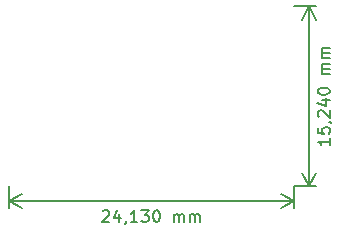
<source format=gbr>
%TF.GenerationSoftware,KiCad,Pcbnew,5.1.4-3.fc31*%
%TF.CreationDate,2019-11-20T03:39:40+01:00*%
%TF.ProjectId,microUSB-to-pcb-adapter,6d696372-6f55-4534-922d-746f2d706362,1.0*%
%TF.SameCoordinates,PX5ad6650PY59a0560*%
%TF.FileFunction,Other,Comment*%
%FSLAX46Y46*%
G04 Gerber Fmt 4.6, Leading zero omitted, Abs format (unit mm)*
G04 Created by KiCad (PCBNEW 5.1.4-3.fc31) date 2019-11-20 03:39:40*
%MOMM*%
%LPD*%
G04 APERTURE LIST*
%ADD10C,0.150000*%
G04 APERTURE END LIST*
D10*
X27152380Y4048572D02*
X27152380Y3477143D01*
X27152380Y3762858D02*
X26152380Y3762858D01*
X26295238Y3667620D01*
X26390476Y3572381D01*
X26438095Y3477143D01*
X26152380Y4953334D02*
X26152380Y4477143D01*
X26628571Y4429524D01*
X26580952Y4477143D01*
X26533333Y4572381D01*
X26533333Y4810477D01*
X26580952Y4905715D01*
X26628571Y4953334D01*
X26723809Y5000953D01*
X26961904Y5000953D01*
X27057142Y4953334D01*
X27104761Y4905715D01*
X27152380Y4810477D01*
X27152380Y4572381D01*
X27104761Y4477143D01*
X27057142Y4429524D01*
X27104761Y5477143D02*
X27152380Y5477143D01*
X27247619Y5429524D01*
X27295238Y5381905D01*
X26247619Y5858096D02*
X26200000Y5905715D01*
X26152380Y6000953D01*
X26152380Y6239048D01*
X26200000Y6334286D01*
X26247619Y6381905D01*
X26342857Y6429524D01*
X26438095Y6429524D01*
X26580952Y6381905D01*
X27152380Y5810477D01*
X27152380Y6429524D01*
X26485714Y7286667D02*
X27152380Y7286667D01*
X26104761Y7048572D02*
X26819047Y6810477D01*
X26819047Y7429524D01*
X26152380Y8000953D02*
X26152380Y8096191D01*
X26200000Y8191429D01*
X26247619Y8239048D01*
X26342857Y8286667D01*
X26533333Y8334286D01*
X26771428Y8334286D01*
X26961904Y8286667D01*
X27057142Y8239048D01*
X27104761Y8191429D01*
X27152380Y8096191D01*
X27152380Y8000953D01*
X27104761Y7905715D01*
X27057142Y7858096D01*
X26961904Y7810477D01*
X26771428Y7762858D01*
X26533333Y7762858D01*
X26342857Y7810477D01*
X26247619Y7858096D01*
X26200000Y7905715D01*
X26152380Y8000953D01*
X27152380Y9524762D02*
X26485714Y9524762D01*
X26580952Y9524762D02*
X26533333Y9572381D01*
X26485714Y9667620D01*
X26485714Y9810477D01*
X26533333Y9905715D01*
X26628571Y9953334D01*
X27152380Y9953334D01*
X26628571Y9953334D02*
X26533333Y10000953D01*
X26485714Y10096191D01*
X26485714Y10239048D01*
X26533333Y10334286D01*
X26628571Y10381905D01*
X27152380Y10381905D01*
X27152380Y10858096D02*
X26485714Y10858096D01*
X26580952Y10858096D02*
X26533333Y10905715D01*
X26485714Y11000953D01*
X26485714Y11143810D01*
X26533333Y11239048D01*
X26628571Y11286667D01*
X27152380Y11286667D01*
X26628571Y11286667D02*
X26533333Y11334286D01*
X26485714Y11429524D01*
X26485714Y11572381D01*
X26533333Y11667620D01*
X26628571Y11715239D01*
X27152380Y11715239D01*
X25400000Y0D02*
X25400000Y15240000D01*
X24130000Y0D02*
X25986421Y0D01*
X24130000Y15240000D02*
X25986421Y15240000D01*
X25400000Y15240000D02*
X25986421Y14113496D01*
X25400000Y15240000D02*
X24813579Y14113496D01*
X25400000Y0D02*
X25986421Y1126504D01*
X25400000Y0D02*
X24813579Y1126504D01*
X7922142Y-2117619D02*
X7969761Y-2070000D01*
X8065000Y-2022380D01*
X8303095Y-2022380D01*
X8398333Y-2070000D01*
X8445952Y-2117619D01*
X8493571Y-2212857D01*
X8493571Y-2308095D01*
X8445952Y-2450952D01*
X7874523Y-3022380D01*
X8493571Y-3022380D01*
X9350714Y-2355714D02*
X9350714Y-3022380D01*
X9112619Y-1974761D02*
X8874523Y-2689047D01*
X9493571Y-2689047D01*
X9922142Y-2974761D02*
X9922142Y-3022380D01*
X9874523Y-3117619D01*
X9826904Y-3165238D01*
X10874523Y-3022380D02*
X10303095Y-3022380D01*
X10588809Y-3022380D02*
X10588809Y-2022380D01*
X10493571Y-2165238D01*
X10398333Y-2260476D01*
X10303095Y-2308095D01*
X11207857Y-2022380D02*
X11826904Y-2022380D01*
X11493571Y-2403333D01*
X11636428Y-2403333D01*
X11731666Y-2450952D01*
X11779285Y-2498571D01*
X11826904Y-2593809D01*
X11826904Y-2831904D01*
X11779285Y-2927142D01*
X11731666Y-2974761D01*
X11636428Y-3022380D01*
X11350714Y-3022380D01*
X11255476Y-2974761D01*
X11207857Y-2927142D01*
X12445952Y-2022380D02*
X12541190Y-2022380D01*
X12636428Y-2070000D01*
X12684047Y-2117619D01*
X12731666Y-2212857D01*
X12779285Y-2403333D01*
X12779285Y-2641428D01*
X12731666Y-2831904D01*
X12684047Y-2927142D01*
X12636428Y-2974761D01*
X12541190Y-3022380D01*
X12445952Y-3022380D01*
X12350714Y-2974761D01*
X12303095Y-2927142D01*
X12255476Y-2831904D01*
X12207857Y-2641428D01*
X12207857Y-2403333D01*
X12255476Y-2212857D01*
X12303095Y-2117619D01*
X12350714Y-2070000D01*
X12445952Y-2022380D01*
X13969761Y-3022380D02*
X13969761Y-2355714D01*
X13969761Y-2450952D02*
X14017380Y-2403333D01*
X14112619Y-2355714D01*
X14255476Y-2355714D01*
X14350714Y-2403333D01*
X14398333Y-2498571D01*
X14398333Y-3022380D01*
X14398333Y-2498571D02*
X14445952Y-2403333D01*
X14541190Y-2355714D01*
X14684047Y-2355714D01*
X14779285Y-2403333D01*
X14826904Y-2498571D01*
X14826904Y-3022380D01*
X15303095Y-3022380D02*
X15303095Y-2355714D01*
X15303095Y-2450952D02*
X15350714Y-2403333D01*
X15445952Y-2355714D01*
X15588809Y-2355714D01*
X15684047Y-2403333D01*
X15731666Y-2498571D01*
X15731666Y-3022380D01*
X15731666Y-2498571D02*
X15779285Y-2403333D01*
X15874523Y-2355714D01*
X16017380Y-2355714D01*
X16112619Y-2403333D01*
X16160238Y-2498571D01*
X16160238Y-3022380D01*
X0Y-1270000D02*
X24130000Y-1270000D01*
X0Y0D02*
X0Y-1856421D01*
X24130000Y0D02*
X24130000Y-1856421D01*
X24130000Y-1270000D02*
X23003496Y-1856421D01*
X24130000Y-1270000D02*
X23003496Y-683579D01*
X0Y-1270000D02*
X1126504Y-1856421D01*
X0Y-1270000D02*
X1126504Y-683579D01*
M02*

</source>
